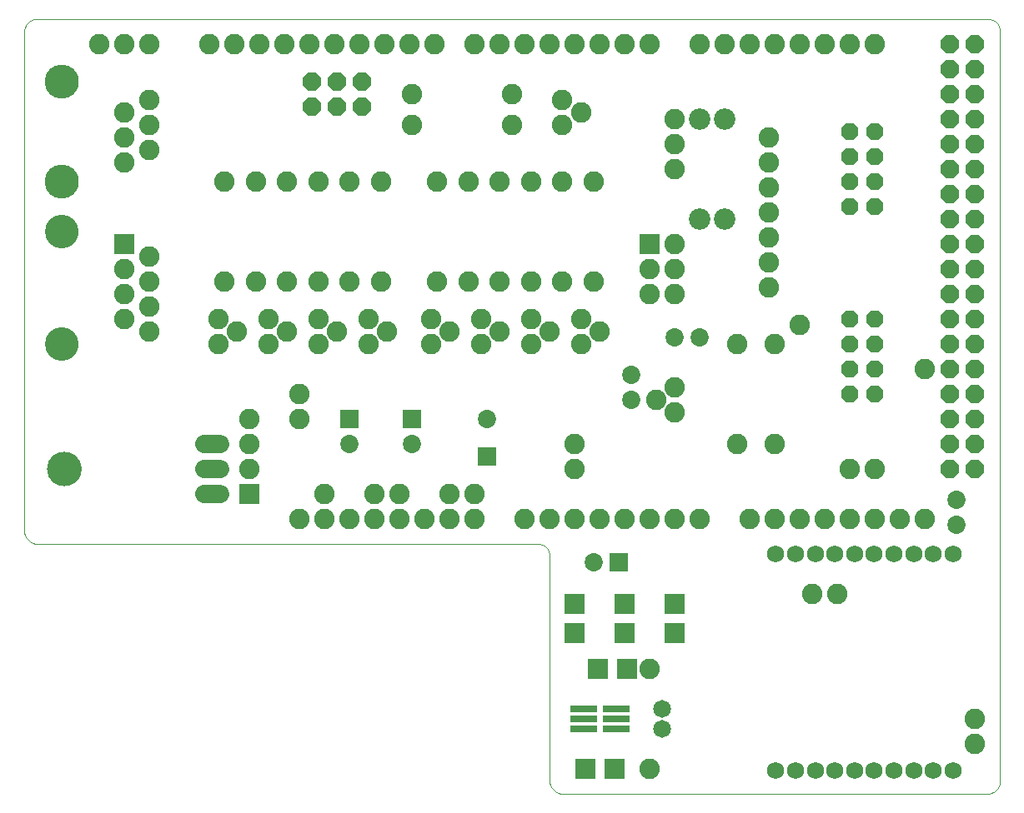
<source format=gts>
G75*
G70*
%OFA0B0*%
%FSLAX24Y24*%
%IPPOS*%
%LPD*%
%AMOC8*
5,1,8,0,0,1.08239X$1,22.5*
%
%ADD10C,0.0000*%
%ADD11C,0.0820*%
%ADD12R,0.0820X0.0820*%
%ADD13C,0.1340*%
%ADD14C,0.0730*%
%ADD15OC8,0.0720*%
%ADD16C,0.1360*%
%ADD17OC8,0.0680*%
%ADD18C,0.0720*%
%ADD19C,0.1380*%
%ADD20R,0.1100X0.0300*%
%ADD21R,0.0789X0.0790*%
%ADD22R,0.0790X0.0789*%
%ADD23C,0.0714*%
%ADD24C,0.0680*%
%ADD25R,0.0730X0.0730*%
%ADD26C,0.0860*%
D10*
X003392Y011175D02*
X023392Y011175D01*
X023436Y011173D01*
X023479Y011167D01*
X023521Y011158D01*
X023563Y011145D01*
X023603Y011128D01*
X023642Y011108D01*
X023679Y011085D01*
X023713Y011058D01*
X023746Y011029D01*
X023775Y010996D01*
X023802Y010962D01*
X023825Y010925D01*
X023845Y010886D01*
X023862Y010846D01*
X023875Y010804D01*
X023884Y010762D01*
X023890Y010719D01*
X023892Y010675D01*
X023892Y001675D01*
X023894Y001631D01*
X023900Y001588D01*
X023909Y001546D01*
X023922Y001504D01*
X023939Y001464D01*
X023959Y001425D01*
X023982Y001388D01*
X024009Y001354D01*
X024038Y001321D01*
X024071Y001292D01*
X024105Y001265D01*
X024142Y001242D01*
X024181Y001222D01*
X024221Y001205D01*
X024263Y001192D01*
X024305Y001183D01*
X024348Y001177D01*
X024392Y001175D01*
X041392Y001175D01*
X041436Y001177D01*
X041479Y001183D01*
X041521Y001192D01*
X041563Y001205D01*
X041603Y001222D01*
X041642Y001242D01*
X041679Y001265D01*
X041713Y001292D01*
X041746Y001321D01*
X041775Y001354D01*
X041802Y001388D01*
X041825Y001425D01*
X041845Y001464D01*
X041862Y001504D01*
X041875Y001546D01*
X041884Y001588D01*
X041890Y001631D01*
X041892Y001675D01*
X041892Y031675D01*
X041890Y031719D01*
X041884Y031762D01*
X041875Y031804D01*
X041862Y031846D01*
X041845Y031886D01*
X041825Y031925D01*
X041802Y031962D01*
X041775Y031996D01*
X041746Y032029D01*
X041713Y032058D01*
X041679Y032085D01*
X041642Y032108D01*
X041603Y032128D01*
X041563Y032145D01*
X041521Y032158D01*
X041479Y032167D01*
X041436Y032173D01*
X041392Y032175D01*
X003392Y032175D01*
X003348Y032173D01*
X003305Y032167D01*
X003263Y032158D01*
X003221Y032145D01*
X003181Y032128D01*
X003142Y032108D01*
X003105Y032085D01*
X003071Y032058D01*
X003038Y032029D01*
X003009Y031996D01*
X002982Y031962D01*
X002959Y031925D01*
X002939Y031886D01*
X002922Y031846D01*
X002909Y031804D01*
X002900Y031762D01*
X002894Y031719D01*
X002892Y031675D01*
X002892Y011675D01*
X002894Y011631D01*
X002900Y011588D01*
X002909Y011546D01*
X002922Y011504D01*
X002939Y011464D01*
X002959Y011425D01*
X002982Y011388D01*
X003009Y011354D01*
X003038Y011321D01*
X003071Y011292D01*
X003105Y011265D01*
X003142Y011242D01*
X003181Y011222D01*
X003221Y011205D01*
X003263Y011192D01*
X003305Y011183D01*
X003348Y011177D01*
X003392Y011175D01*
X003842Y014175D02*
X003844Y014225D01*
X003850Y014275D01*
X003860Y014325D01*
X003873Y014373D01*
X003890Y014421D01*
X003911Y014467D01*
X003935Y014511D01*
X003963Y014553D01*
X003994Y014593D01*
X004028Y014630D01*
X004065Y014665D01*
X004104Y014696D01*
X004145Y014725D01*
X004189Y014750D01*
X004235Y014772D01*
X004282Y014790D01*
X004330Y014804D01*
X004379Y014815D01*
X004429Y014822D01*
X004479Y014825D01*
X004530Y014824D01*
X004580Y014819D01*
X004630Y014810D01*
X004678Y014798D01*
X004726Y014781D01*
X004772Y014761D01*
X004817Y014738D01*
X004860Y014711D01*
X004900Y014681D01*
X004938Y014648D01*
X004973Y014612D01*
X005006Y014573D01*
X005035Y014532D01*
X005061Y014489D01*
X005084Y014444D01*
X005103Y014397D01*
X005118Y014349D01*
X005130Y014300D01*
X005138Y014250D01*
X005142Y014200D01*
X005142Y014150D01*
X005138Y014100D01*
X005130Y014050D01*
X005118Y014001D01*
X005103Y013953D01*
X005084Y013906D01*
X005061Y013861D01*
X005035Y013818D01*
X005006Y013777D01*
X004973Y013738D01*
X004938Y013702D01*
X004900Y013669D01*
X004860Y013639D01*
X004817Y013612D01*
X004772Y013589D01*
X004726Y013569D01*
X004678Y013552D01*
X004630Y013540D01*
X004580Y013531D01*
X004530Y013526D01*
X004479Y013525D01*
X004429Y013528D01*
X004379Y013535D01*
X004330Y013546D01*
X004282Y013560D01*
X004235Y013578D01*
X004189Y013600D01*
X004145Y013625D01*
X004104Y013654D01*
X004065Y013685D01*
X004028Y013720D01*
X003994Y013757D01*
X003963Y013797D01*
X003935Y013839D01*
X003911Y013883D01*
X003890Y013929D01*
X003873Y013977D01*
X003860Y014025D01*
X003850Y014075D01*
X003844Y014125D01*
X003842Y014175D01*
X003762Y019175D02*
X003764Y019225D01*
X003770Y019275D01*
X003780Y019324D01*
X003794Y019372D01*
X003811Y019419D01*
X003832Y019464D01*
X003857Y019508D01*
X003885Y019549D01*
X003917Y019588D01*
X003951Y019625D01*
X003988Y019659D01*
X004028Y019689D01*
X004070Y019716D01*
X004114Y019740D01*
X004160Y019761D01*
X004207Y019777D01*
X004255Y019790D01*
X004305Y019799D01*
X004354Y019804D01*
X004405Y019805D01*
X004455Y019802D01*
X004504Y019795D01*
X004553Y019784D01*
X004601Y019769D01*
X004647Y019751D01*
X004692Y019729D01*
X004735Y019703D01*
X004776Y019674D01*
X004815Y019642D01*
X004851Y019607D01*
X004883Y019569D01*
X004913Y019529D01*
X004940Y019486D01*
X004963Y019442D01*
X004982Y019396D01*
X004998Y019348D01*
X005010Y019299D01*
X005018Y019250D01*
X005022Y019200D01*
X005022Y019150D01*
X005018Y019100D01*
X005010Y019051D01*
X004998Y019002D01*
X004982Y018954D01*
X004963Y018908D01*
X004940Y018864D01*
X004913Y018821D01*
X004883Y018781D01*
X004851Y018743D01*
X004815Y018708D01*
X004776Y018676D01*
X004735Y018647D01*
X004692Y018621D01*
X004647Y018599D01*
X004601Y018581D01*
X004553Y018566D01*
X004504Y018555D01*
X004455Y018548D01*
X004405Y018545D01*
X004354Y018546D01*
X004305Y018551D01*
X004255Y018560D01*
X004207Y018573D01*
X004160Y018589D01*
X004114Y018610D01*
X004070Y018634D01*
X004028Y018661D01*
X003988Y018691D01*
X003951Y018725D01*
X003917Y018762D01*
X003885Y018801D01*
X003857Y018842D01*
X003832Y018886D01*
X003811Y018931D01*
X003794Y018978D01*
X003780Y019026D01*
X003770Y019075D01*
X003764Y019125D01*
X003762Y019175D01*
X003762Y023675D02*
X003764Y023725D01*
X003770Y023775D01*
X003780Y023824D01*
X003794Y023872D01*
X003811Y023919D01*
X003832Y023964D01*
X003857Y024008D01*
X003885Y024049D01*
X003917Y024088D01*
X003951Y024125D01*
X003988Y024159D01*
X004028Y024189D01*
X004070Y024216D01*
X004114Y024240D01*
X004160Y024261D01*
X004207Y024277D01*
X004255Y024290D01*
X004305Y024299D01*
X004354Y024304D01*
X004405Y024305D01*
X004455Y024302D01*
X004504Y024295D01*
X004553Y024284D01*
X004601Y024269D01*
X004647Y024251D01*
X004692Y024229D01*
X004735Y024203D01*
X004776Y024174D01*
X004815Y024142D01*
X004851Y024107D01*
X004883Y024069D01*
X004913Y024029D01*
X004940Y023986D01*
X004963Y023942D01*
X004982Y023896D01*
X004998Y023848D01*
X005010Y023799D01*
X005018Y023750D01*
X005022Y023700D01*
X005022Y023650D01*
X005018Y023600D01*
X005010Y023551D01*
X004998Y023502D01*
X004982Y023454D01*
X004963Y023408D01*
X004940Y023364D01*
X004913Y023321D01*
X004883Y023281D01*
X004851Y023243D01*
X004815Y023208D01*
X004776Y023176D01*
X004735Y023147D01*
X004692Y023121D01*
X004647Y023099D01*
X004601Y023081D01*
X004553Y023066D01*
X004504Y023055D01*
X004455Y023048D01*
X004405Y023045D01*
X004354Y023046D01*
X004305Y023051D01*
X004255Y023060D01*
X004207Y023073D01*
X004160Y023089D01*
X004114Y023110D01*
X004070Y023134D01*
X004028Y023161D01*
X003988Y023191D01*
X003951Y023225D01*
X003917Y023262D01*
X003885Y023301D01*
X003857Y023342D01*
X003832Y023386D01*
X003811Y023431D01*
X003794Y023478D01*
X003780Y023526D01*
X003770Y023575D01*
X003764Y023625D01*
X003762Y023675D01*
X003752Y025675D02*
X003754Y025725D01*
X003760Y025775D01*
X003770Y025824D01*
X003783Y025873D01*
X003801Y025920D01*
X003822Y025966D01*
X003846Y026009D01*
X003874Y026051D01*
X003905Y026091D01*
X003939Y026128D01*
X003976Y026162D01*
X004016Y026193D01*
X004058Y026221D01*
X004101Y026245D01*
X004147Y026266D01*
X004194Y026284D01*
X004243Y026297D01*
X004292Y026307D01*
X004342Y026313D01*
X004392Y026315D01*
X004442Y026313D01*
X004492Y026307D01*
X004541Y026297D01*
X004590Y026284D01*
X004637Y026266D01*
X004683Y026245D01*
X004726Y026221D01*
X004768Y026193D01*
X004808Y026162D01*
X004845Y026128D01*
X004879Y026091D01*
X004910Y026051D01*
X004938Y026009D01*
X004962Y025966D01*
X004983Y025920D01*
X005001Y025873D01*
X005014Y025824D01*
X005024Y025775D01*
X005030Y025725D01*
X005032Y025675D01*
X005030Y025625D01*
X005024Y025575D01*
X005014Y025526D01*
X005001Y025477D01*
X004983Y025430D01*
X004962Y025384D01*
X004938Y025341D01*
X004910Y025299D01*
X004879Y025259D01*
X004845Y025222D01*
X004808Y025188D01*
X004768Y025157D01*
X004726Y025129D01*
X004683Y025105D01*
X004637Y025084D01*
X004590Y025066D01*
X004541Y025053D01*
X004492Y025043D01*
X004442Y025037D01*
X004392Y025035D01*
X004342Y025037D01*
X004292Y025043D01*
X004243Y025053D01*
X004194Y025066D01*
X004147Y025084D01*
X004101Y025105D01*
X004058Y025129D01*
X004016Y025157D01*
X003976Y025188D01*
X003939Y025222D01*
X003905Y025259D01*
X003874Y025299D01*
X003846Y025341D01*
X003822Y025384D01*
X003801Y025430D01*
X003783Y025477D01*
X003770Y025526D01*
X003760Y025575D01*
X003754Y025625D01*
X003752Y025675D01*
X003752Y029675D02*
X003754Y029725D01*
X003760Y029775D01*
X003770Y029824D01*
X003783Y029873D01*
X003801Y029920D01*
X003822Y029966D01*
X003846Y030009D01*
X003874Y030051D01*
X003905Y030091D01*
X003939Y030128D01*
X003976Y030162D01*
X004016Y030193D01*
X004058Y030221D01*
X004101Y030245D01*
X004147Y030266D01*
X004194Y030284D01*
X004243Y030297D01*
X004292Y030307D01*
X004342Y030313D01*
X004392Y030315D01*
X004442Y030313D01*
X004492Y030307D01*
X004541Y030297D01*
X004590Y030284D01*
X004637Y030266D01*
X004683Y030245D01*
X004726Y030221D01*
X004768Y030193D01*
X004808Y030162D01*
X004845Y030128D01*
X004879Y030091D01*
X004910Y030051D01*
X004938Y030009D01*
X004962Y029966D01*
X004983Y029920D01*
X005001Y029873D01*
X005014Y029824D01*
X005024Y029775D01*
X005030Y029725D01*
X005032Y029675D01*
X005030Y029625D01*
X005024Y029575D01*
X005014Y029526D01*
X005001Y029477D01*
X004983Y029430D01*
X004962Y029384D01*
X004938Y029341D01*
X004910Y029299D01*
X004879Y029259D01*
X004845Y029222D01*
X004808Y029188D01*
X004768Y029157D01*
X004726Y029129D01*
X004683Y029105D01*
X004637Y029084D01*
X004590Y029066D01*
X004541Y029053D01*
X004492Y029043D01*
X004442Y029037D01*
X004392Y029035D01*
X004342Y029037D01*
X004292Y029043D01*
X004243Y029053D01*
X004194Y029066D01*
X004147Y029084D01*
X004101Y029105D01*
X004058Y029129D01*
X004016Y029157D01*
X003976Y029188D01*
X003939Y029222D01*
X003905Y029259D01*
X003874Y029299D01*
X003846Y029341D01*
X003822Y029384D01*
X003801Y029430D01*
X003783Y029477D01*
X003770Y029526D01*
X003760Y029575D01*
X003754Y029625D01*
X003752Y029675D01*
D11*
X005892Y031175D03*
X006892Y031175D03*
X007892Y031175D03*
X010292Y031175D03*
X011292Y031175D03*
X012292Y031175D03*
X013292Y031175D03*
X014292Y031175D03*
X015292Y031175D03*
X016292Y031175D03*
X017292Y031175D03*
X018292Y031175D03*
X019292Y031175D03*
X020892Y031175D03*
X021892Y031175D03*
X022892Y031175D03*
X023892Y031175D03*
X024892Y031175D03*
X025892Y031175D03*
X026892Y031175D03*
X027892Y031175D03*
X029892Y031175D03*
X030892Y031175D03*
X031892Y031175D03*
X032892Y031175D03*
X033892Y031175D03*
X034892Y031175D03*
X035892Y031175D03*
X036892Y031175D03*
X032642Y027425D03*
X032642Y026425D03*
X032642Y025425D03*
X032642Y024425D03*
X032642Y023425D03*
X032642Y022425D03*
X032642Y021425D03*
X033892Y019925D03*
X032892Y019175D03*
X031392Y019175D03*
X028892Y017425D03*
X028142Y016925D03*
X028892Y016425D03*
X031392Y015175D03*
X032892Y015175D03*
X035892Y014175D03*
X036892Y014175D03*
X036892Y012175D03*
X037892Y012175D03*
X038892Y012175D03*
X035892Y012175D03*
X034892Y012175D03*
X033892Y012175D03*
X032892Y012175D03*
X031892Y012175D03*
X029892Y012175D03*
X028892Y012175D03*
X027892Y012175D03*
X026892Y012175D03*
X025892Y012175D03*
X024892Y012175D03*
X023892Y012175D03*
X022892Y012175D03*
X020892Y012175D03*
X019892Y012175D03*
X019892Y013175D03*
X020892Y013175D03*
X018892Y012175D03*
X017892Y012175D03*
X016892Y012175D03*
X016892Y013175D03*
X017892Y013175D03*
X015892Y012175D03*
X014892Y012175D03*
X013892Y012175D03*
X014892Y013175D03*
X011892Y014175D03*
X011892Y015175D03*
X011892Y016175D03*
X013892Y016175D03*
X013892Y017175D03*
X014642Y019175D03*
X015392Y019675D03*
X014642Y020175D03*
X013392Y019675D03*
X012642Y020175D03*
X012642Y019175D03*
X011392Y019675D03*
X010642Y020175D03*
X010642Y019175D03*
X007892Y019675D03*
X007892Y020675D03*
X007892Y021675D03*
X007892Y022675D03*
X006892Y022175D03*
X006892Y021175D03*
X006892Y020175D03*
X010892Y021675D03*
X012142Y021675D03*
X013392Y021675D03*
X014642Y021675D03*
X015892Y021675D03*
X017142Y021675D03*
X016642Y020175D03*
X017392Y019675D03*
X016642Y019175D03*
X019142Y019175D03*
X019892Y019675D03*
X019142Y020175D03*
X019392Y021675D03*
X020642Y021675D03*
X021892Y021675D03*
X023142Y021675D03*
X024392Y021675D03*
X025642Y021675D03*
X025142Y020175D03*
X025892Y019675D03*
X025142Y019175D03*
X023892Y019675D03*
X023142Y020175D03*
X023142Y019175D03*
X021892Y019675D03*
X021142Y020175D03*
X021142Y019175D03*
X024892Y015175D03*
X024892Y014175D03*
X027892Y021175D03*
X028892Y021175D03*
X028892Y022175D03*
X027892Y022175D03*
X028892Y023175D03*
X025642Y025675D03*
X024392Y025675D03*
X023142Y025675D03*
X021892Y025675D03*
X020642Y025675D03*
X019392Y025675D03*
X017142Y025675D03*
X015892Y025675D03*
X014642Y025675D03*
X013392Y025675D03*
X012142Y025675D03*
X010892Y025675D03*
X007892Y026925D03*
X007892Y027925D03*
X007892Y028925D03*
X006892Y028425D03*
X006892Y027425D03*
X006892Y026425D03*
X018392Y027925D03*
X018392Y029175D03*
X022392Y029175D03*
X022392Y027925D03*
X024392Y027925D03*
X025142Y028425D03*
X024392Y028925D03*
X028892Y028175D03*
X028892Y027175D03*
X028892Y026175D03*
X038892Y018175D03*
X035392Y009175D03*
X034392Y009175D03*
X027892Y006175D03*
X027892Y002175D03*
X040892Y003175D03*
X040892Y004175D03*
D12*
X027892Y023175D03*
X011892Y013175D03*
X006892Y023175D03*
D13*
X004392Y023675D03*
X004392Y019175D03*
D14*
X015892Y015175D03*
X018392Y015175D03*
X021392Y016175D03*
X027142Y016925D03*
X027142Y017925D03*
X028892Y019425D03*
X029892Y019425D03*
X040142Y012925D03*
X040142Y011925D03*
X025642Y010425D03*
D15*
X039892Y014175D03*
X040892Y014175D03*
X040892Y015175D03*
X039892Y015175D03*
X039892Y016175D03*
X040892Y016175D03*
X040892Y017175D03*
X039892Y017175D03*
X039892Y018175D03*
X040892Y018175D03*
X040892Y019175D03*
X039892Y019175D03*
X039892Y020175D03*
X040892Y020175D03*
X040892Y021175D03*
X039892Y021175D03*
X039892Y022175D03*
X040892Y022175D03*
X040892Y023175D03*
X039892Y023175D03*
X039892Y024175D03*
X040892Y024175D03*
X040892Y025175D03*
X039892Y025175D03*
X039892Y026175D03*
X040892Y026175D03*
X040892Y027175D03*
X039892Y027175D03*
X039892Y028175D03*
X040892Y028175D03*
X040892Y029175D03*
X039892Y029175D03*
X039892Y030175D03*
X040892Y030175D03*
X040892Y031175D03*
X039892Y031175D03*
X016392Y029675D03*
X015392Y029675D03*
X014392Y029675D03*
X014392Y028675D03*
X015392Y028675D03*
X016392Y028675D03*
D16*
X004392Y029675D03*
X004392Y025675D03*
D17*
X035892Y025675D03*
X036892Y025675D03*
X036892Y024675D03*
X035892Y024675D03*
X035892Y026675D03*
X036892Y026675D03*
X036892Y027675D03*
X035892Y027675D03*
X035892Y020175D03*
X036892Y020175D03*
X036892Y019175D03*
X035892Y019175D03*
X035892Y018175D03*
X036892Y018175D03*
X036892Y017175D03*
X035892Y017175D03*
D18*
X010712Y015175D02*
X010072Y015175D01*
X010072Y014175D02*
X010712Y014175D01*
X010712Y013175D02*
X010072Y013175D01*
D19*
X004492Y014175D03*
D20*
X025242Y004575D03*
X025242Y004175D03*
X025242Y003775D03*
X026542Y003775D03*
X026542Y004175D03*
X026542Y004575D03*
D21*
X026982Y006175D03*
X025802Y006175D03*
X025302Y002175D03*
X026482Y002175D03*
D22*
X026892Y007585D03*
X026892Y008765D03*
X028892Y008765D03*
X028892Y007585D03*
X024892Y007585D03*
X024892Y008765D03*
D23*
X028392Y004569D03*
X028392Y003781D03*
D24*
X032929Y002094D03*
X033717Y002094D03*
X034504Y002094D03*
X035292Y002094D03*
X036079Y002094D03*
X036866Y002094D03*
X037654Y002094D03*
X038441Y002094D03*
X039229Y002094D03*
X040016Y002094D03*
X040016Y010756D03*
X039229Y010756D03*
X038441Y010756D03*
X037654Y010756D03*
X036866Y010756D03*
X036079Y010756D03*
X035292Y010756D03*
X034504Y010756D03*
X033717Y010756D03*
X032929Y010756D03*
D25*
X026642Y010425D03*
X021392Y014675D03*
X018392Y016175D03*
X015892Y016175D03*
D26*
X029892Y024175D03*
X030892Y024175D03*
X030892Y028175D03*
X029892Y028175D03*
M02*

</source>
